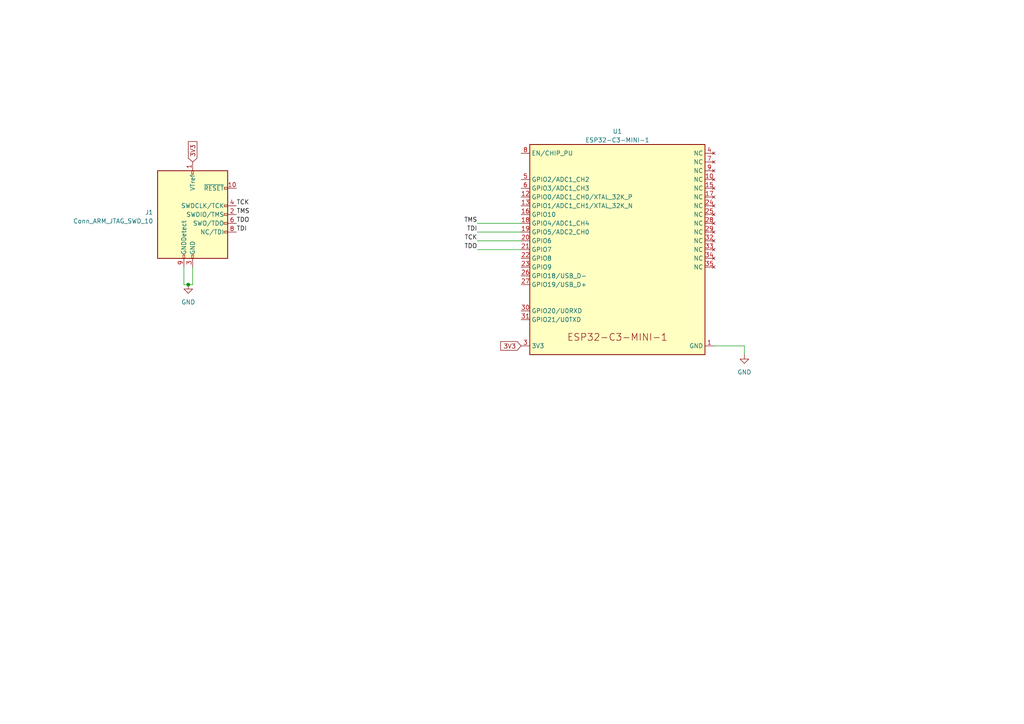
<source format=kicad_sch>
(kicad_sch (version 20230121) (generator eeschema)
  (paper "A4")
  (lib_symbols
    (symbol "Connector:Conn_ARM_JTAG_SWD_10" (pin_names (offset 1.016))
      (property "Reference" "J" (at -2.54 16.51 0))
      (property "Value" "Conn_ARM_JTAG_SWD_10" (at -2.54 13.97 0))
      (symbol "Conn_ARM_JTAG_SWD_10_0_1"
        (rectangle (start -10.16 12.7) (end 10.16 -12.7) (stroke (width 0.254)) (fill (type background)))
        (rectangle (start -2.794 -12.7) (end -2.286 -11.684))
        (rectangle (start -0.254 -12.7) (end 0.254 -11.684))
        (rectangle (start -0.254 12.7) (end 0.254 11.684))
        (rectangle (start 9.144 2.286) (end 10.16 2.794))
        (rectangle (start 10.16 -2.794) (end 9.144 -2.286))
        (rectangle (start 10.16 -0.254) (end 9.144 0.254))
        (rectangle (start 10.16 7.874) (end 9.144 7.366))
      )
      (symbol "Conn_ARM_JTAG_SWD_10_1_1"
        (rectangle (start 9.144 -5.334) (end 10.16 -4.826))
        (pin power_in line (at 0 15.24 270) (length 2.54) (name "VTref") (number "1"))
        (pin open_collector line (at 12.7 7.62 180) (length 2.54) (name "~{RESET}") (number "10"))
        (pin bidirectional line (at 12.7 0 180) (length 2.54) (name "SWDIO/TMS") (number "2"))
        (pin power_in line (at 0 -15.24 90) (length 2.54) (name "GND") (number "3"))
        (pin output line (at 12.7 2.54 180) (length 2.54) (name "SWDCLK/TCK") (number "4"))
        (pin passive line (at 0 -15.24 90) (length 2.54) hide (name "GND") (number "5"))
        (pin input line (at 12.7 -2.54 180) (length 2.54) (name "SWO/TDO") (number "6"))
        (pin no_connect line (at -10.16 0 0) (length 2.54) hide (name "KEY") (number "7"))
        (pin output line (at 12.7 -5.08 180) (length 2.54) (name "NC/TDI") (number "8"))
        (pin passive line (at -2.54 -15.24 90) (length 2.54) (name "GNDDetect") (number "9"))
      )
    )
    (symbol "Espressif:ESP32-C3-MINI-1"
      (property "Reference" "U" (at -25.4 35.56 0))
      (property "Value" "ESP32-C3-MINI-1" (at -25.4 33.02 0))
      (symbol "ESP32-C3-MINI-1_0_0"
        (text "ESP32-C3-MINI-1" (at 0 -25.4 0) (effects (font (size 2 2))))
      )
      (symbol "ESP32-C3-MINI-1_0_1"
        (rectangle (start -25.4 30.48) (end 25.4 -30.48) (stroke (width 0.254)) (fill (type background)))
      )
      (symbol "ESP32-C3-MINI-1_1_1"
        (pin power_in line (at 27.94 -27.94 180) (length 2.54) (name "GND") (number "1"))
        (pin no_connect line (at 27.94 20.32 180) (length 2.54) (name "NC") (number "10"))
        (pin bidirectional line (at -27.94 15.24 0) (length 2.54) (name "GPIO0/ADC1_CH0/XTAL_32K_P") (number "12"))
        (pin bidirectional line (at -27.94 12.7 0) (length 2.54) (name "GPIO1/ADC1_CH1/XTAL_32K_N") (number "13"))
        (pin no_connect line (at 27.94 17.78 180) (length 2.54) (name "NC") (number "15"))
        (pin bidirectional line (at -27.94 10.16 0) (length 2.54) (name "GPIO10") (number "16"))
        (pin no_connect line (at 27.94 15.24 180) (length 2.54) (name "NC") (number "17"))
        (pin bidirectional line (at -27.94 7.62 0) (length 2.54) (name "GPIO4/ADC1_CH4") (number "18"))
        (pin bidirectional line (at -27.94 5.08 0) (length 2.54) (name "GPIO5/ADC2_CH0") (number "19"))
        (pin passive line (at 27.94 -27.94 180) (length 2.54) hide (name "GND") (number "2"))
        (pin bidirectional line (at -27.94 2.54 0) (length 2.54) (name "GPIO6") (number "20"))
        (pin bidirectional line (at -27.94 0 0) (length 2.54) (name "GPIO7") (number "21"))
        (pin bidirectional line (at -27.94 -2.54 0) (length 2.54) (name "GPIO8") (number "22"))
        (pin bidirectional line (at -27.94 -5.08 0) (length 2.54) (name "GPIO9") (number "23"))
        (pin no_connect line (at 27.94 12.7 180) (length 2.54) (name "NC") (number "24"))
        (pin no_connect line (at 27.94 10.16 180) (length 2.54) (name "NC") (number "25"))
        (pin bidirectional line (at -27.94 -7.62 0) (length 2.54) (name "GPIO18/USB_D-") (number "26"))
        (pin bidirectional line (at -27.94 -10.16 0) (length 2.54) (name "GPIO19/USB_D+") (number "27"))
        (pin no_connect line (at 27.94 7.62 180) (length 2.54) (name "NC") (number "28"))
        (pin no_connect line (at 27.94 5.08 180) (length 2.54) (name "NC") (number "29"))
        (pin power_in line (at -27.94 -27.94 0) (length 2.54) (name "3V3") (number "3"))
        (pin bidirectional line (at -27.94 -17.78 0) (length 2.54) (name "GPIO20/U0RXD") (number "30"))
        (pin bidirectional line (at -27.94 -20.32 0) (length 2.54) (name "GPIO21/U0TXD") (number "31"))
        (pin no_connect line (at 27.94 2.54 180) (length 2.54) (name "NC") (number "32"))
        (pin no_connect line (at 27.94 0 180) (length 2.54) (name "NC") (number "33"))
        (pin no_connect line (at 27.94 -2.54 180) (length 2.54) (name "NC") (number "34"))
        (pin no_connect line (at 27.94 -5.08 180) (length 2.54) (name "NC") (number "35"))
        (pin passive line (at 27.94 -27.94 180) (length 2.54) hide (name "GND") (number "36"))
        (pin passive line (at 27.94 -27.94 180) (length 2.54) hide (name "GND") (number "37"))
        (pin passive line (at 27.94 -27.94 180) (length 2.54) hide (name "GND") (number "38"))
        (pin passive line (at 27.94 -27.94 180) (length 2.54) hide (name "GND") (number "39"))
        (pin no_connect line (at 27.94 27.94 180) (length 2.54) (name "NC") (number "4"))
        (pin passive line (at 27.94 -27.94 180) (length 2.54) hide (name "GND") (number "40"))
        (pin passive line (at 27.94 -27.94 180) (length 2.54) hide (name "GND") (number "41"))
        (pin passive line (at 27.94 -27.94 180) (length 2.54) hide (name "GND") (number "42"))
        (pin passive line (at 27.94 -27.94 180) (length 2.54) hide (name "GND") (number "43"))
        (pin passive line (at 27.94 -27.94 180) (length 2.54) hide (name "GND") (number "44"))
        (pin passive line (at 27.94 -27.94 180) (length 2.54) hide (name "GND") (number "45"))
        (pin passive line (at 27.94 -27.94 180) (length 2.54) hide (name "GND") (number "46"))
        (pin passive line (at 27.94 -27.94 180) (length 2.54) hide (name "GND") (number "47"))
        (pin passive line (at 27.94 -27.94 180) (length 2.54) hide (name "GND") (number "48"))
        (pin passive line (at 27.94 -27.94 180) (length 2.54) hide (name "GND") (number "49"))
        (pin bidirectional line (at -27.94 20.32 0) (length 2.54) (name "GPIO2/ADC1_CH2") (number "5"))
        (pin passive line (at 27.94 -27.94 180) (length 2.54) hide (name "GND") (number "50"))
        (pin passive line (at 27.94 -27.94 180) (length 2.54) hide (name "GND") (number "51"))
        (pin passive line (at 27.94 -27.94 180) (length 2.54) hide (name "GND") (number "52"))
        (pin passive line (at 27.94 -27.94 180) (length 2.54) hide (name "GND") (number "53"))
        (pin bidirectional line (at -27.94 17.78 0) (length 2.54) (name "GPIO3/ADC1_CH3") (number "6"))
        (pin no_connect line (at 27.94 25.4 180) (length 2.54) (name "NC") (number "7"))
        (pin input line (at -27.94 27.94 0) (length 2.54) (name "EN/CHIP_PU") (number "8"))
        (pin no_connect line (at 27.94 22.86 180) (length 2.54) (name "NC") (number "9"))
      )
    )
    (symbol "power:GND" (power) (pin_names (offset 0))
      (property "Value" "GND" (at 0 -3.81 0))
      (symbol "GND_0_1"
        (polyline (pts (xy 0 0) (xy 0 -1.27) (xy 1.27 -1.27) (xy 0 -2.54) (xy -1.27 -1.27) (xy 0 -1.27)))
      )
      (symbol "GND_1_1"
        (pin power_in line (at 0 0 270) (length 0) hide (name "GND") (number "1"))
      )
    )
  )
  (junction (at 54.61 82.55))
  (wire (pts (xy 207.01 100.33) (xy 215.9 100.33)))
  (wire (pts (xy 53.34 82.55) (xy 54.61 82.55)))
  (wire (pts (xy 55.88 82.55) (xy 55.88 77.47)))
  (wire (pts (xy 138.43 64.77) (xy 151.13 64.77)))
  (wire (pts (xy 138.43 69.85) (xy 151.13 69.85)))
  (wire (pts (xy 138.43 72.39) (xy 151.13 72.39)))
  (wire (pts (xy 54.61 82.55) (xy 55.88 82.55)))
  (wire (pts (xy 138.43 67.31) (xy 151.13 67.31)))
  (wire (pts (xy 215.9 100.33) (xy 215.9 102.87)))
  (wire (pts (xy 53.34 77.47) (xy 53.34 82.55)))
  (label "TCK" (at 68.58 59.69 0))
  (label "TDI" (at 138.43 67.31 180))
  (label "TDO" (at 68.58 64.77 0))
  (label "TMS" (at 68.58 62.23 0))
  (label "TDI" (at 68.58 67.31 0))
  (label "TCK" (at 138.43 69.85 180))
  (label "TDO" (at 138.43 72.39 180))
  (label "TMS" (at 138.43 64.77 180))
  (global_label "3V3" (shape input) (at 151.13 100.33 180) (property "Intersheetrefs" "${INTERSHEET_REFS}" (effects hide)))
  (global_label "3V3" (shape input) (at 55.88 46.99 90) (property "Intersheetrefs" "${INTERSHEET_REFS}" (effects hide)))
  (symbol (lib_id "Espressif:ESP32-C3-MINI-1") (at 179.07 72.39 0) (unit 1)
    (property "Reference" "U1" (at 179.07 38.1 0))
    (property "Value" "ESP32-C3-MINI-1" (at 179.07 40.64 0))
    (property "Footprint" "Espressif:ESP32-C3-MINI-1" (effects hide))
    (property "Datasheet" "https://www.espressif.com/sites/default/files/documentation/esp32-c3-mini-1_datasheet_en.pdf" (effects hide))
    (instances (project "rope-dart" (path "" (reference "U1") (unit 1)) (path "" (reference "U4") (unit 1))))
  )
  (symbol (lib_id "power:GND") (at 215.9 102.87 0) (unit 1)
    (property "Reference" "#PWR01" (effects hide))
    (property "Value" "GND" (at 215.9 107.95 0))
  )
  (symbol (lib_id "Connector:Conn_ARM_JTAG_SWD_10") (at 55.88 62.23 0) (unit 1)
    (property "Reference" "J1" (at 44.45 61.595 0) (effects (justify right)))
    (property "Value" "Conn_ARM_JTAG_SWD_10" (at 44.45 64.135 0) (effects (justify right)))
    (property "Datasheet" "http://infocenter.arm.com/help/topic/com.arm.doc.ddi0314h/DDI0314H_coresight_components_trm.pdf" (effects hide))
  )
  (symbol (lib_id "power:GND") (at 54.61 82.55 0) (unit 1)
    (property "Reference" "#PWR02" (effects hide))
    (property "Value" "GND" (at 54.61 87.63 0))
  )
)
</source>
